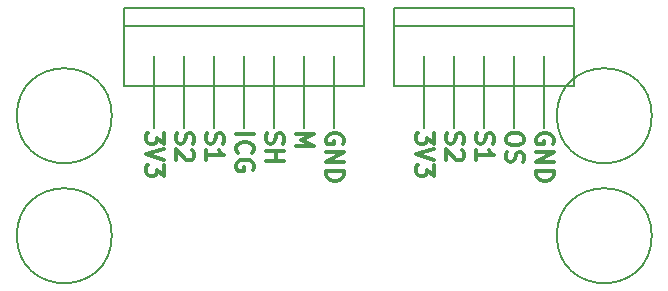
<source format=gbr>
G04 #@! TF.GenerationSoftware,KiCad,Pcbnew,(5.0.2)-1*
G04 #@! TF.CreationDate,2019-03-16T10:11:32-05:00*
G04 #@! TF.ProjectId,CCDBoard_Hardware,43434442-6f61-4726-945f-486172647761,rev?*
G04 #@! TF.SameCoordinates,Original*
G04 #@! TF.FileFunction,Legend,Top*
G04 #@! TF.FilePolarity,Positive*
%FSLAX46Y46*%
G04 Gerber Fmt 4.6, Leading zero omitted, Abs format (unit mm)*
G04 Created by KiCad (PCBNEW (5.0.2)-1) date 3/16/2019 10:11:32 AM*
%MOMM*%
%LPD*%
G01*
G04 APERTURE LIST*
%ADD10C,0.200000*%
%ADD11C,0.300000*%
%ADD12C,0.150000*%
G04 APERTURE END LIST*
D10*
X10160000Y17780000D02*
X10160000Y11684000D01*
X12700000Y17780000D02*
X12700000Y11684000D01*
X15240000Y17780000D02*
X15240000Y11684000D01*
X17780000Y17780000D02*
X17780000Y11684000D01*
X20320000Y17780000D02*
X20320000Y11684000D01*
X22860000Y17780000D02*
X22860000Y11684000D01*
X25400000Y17780000D02*
X25400000Y11684000D01*
X43180000Y17780000D02*
X43180000Y11684000D01*
X40640000Y17780000D02*
X40640000Y11684000D01*
X33020000Y17780000D02*
X33020000Y11684000D01*
X35560000Y17780000D02*
X35560000Y11684000D01*
X38100000Y17780000D02*
X38100000Y11684000D01*
D11*
X10981428Y11274714D02*
X10981428Y10346142D01*
X10410000Y10846142D01*
X10410000Y10631857D01*
X10338571Y10489000D01*
X10267142Y10417571D01*
X10124285Y10346142D01*
X9767142Y10346142D01*
X9624285Y10417571D01*
X9552857Y10489000D01*
X9481428Y10631857D01*
X9481428Y11060428D01*
X9552857Y11203285D01*
X9624285Y11274714D01*
X10981428Y9917571D02*
X9481428Y9417571D01*
X10981428Y8917571D01*
X10981428Y8560428D02*
X10981428Y7631857D01*
X10410000Y8131857D01*
X10410000Y7917571D01*
X10338571Y7774714D01*
X10267142Y7703285D01*
X10124285Y7631857D01*
X9767142Y7631857D01*
X9624285Y7703285D01*
X9552857Y7774714D01*
X9481428Y7917571D01*
X9481428Y8346142D01*
X9552857Y8489000D01*
X9624285Y8560428D01*
X12092857Y11203285D02*
X12021428Y10989000D01*
X12021428Y10631857D01*
X12092857Y10489000D01*
X12164285Y10417571D01*
X12307142Y10346142D01*
X12450000Y10346142D01*
X12592857Y10417571D01*
X12664285Y10489000D01*
X12735714Y10631857D01*
X12807142Y10917571D01*
X12878571Y11060428D01*
X12950000Y11131857D01*
X13092857Y11203285D01*
X13235714Y11203285D01*
X13378571Y11131857D01*
X13450000Y11060428D01*
X13521428Y10917571D01*
X13521428Y10560428D01*
X13450000Y10346142D01*
X13378571Y9774714D02*
X13450000Y9703285D01*
X13521428Y9560428D01*
X13521428Y9203285D01*
X13450000Y9060428D01*
X13378571Y8989000D01*
X13235714Y8917571D01*
X13092857Y8917571D01*
X12878571Y8989000D01*
X12021428Y9846142D01*
X12021428Y8917571D01*
X14632857Y11203285D02*
X14561428Y10989000D01*
X14561428Y10631857D01*
X14632857Y10489000D01*
X14704285Y10417571D01*
X14847142Y10346142D01*
X14990000Y10346142D01*
X15132857Y10417571D01*
X15204285Y10489000D01*
X15275714Y10631857D01*
X15347142Y10917571D01*
X15418571Y11060428D01*
X15490000Y11131857D01*
X15632857Y11203285D01*
X15775714Y11203285D01*
X15918571Y11131857D01*
X15990000Y11060428D01*
X16061428Y10917571D01*
X16061428Y10560428D01*
X15990000Y10346142D01*
X14561428Y8917571D02*
X14561428Y9774714D01*
X14561428Y9346142D02*
X16061428Y9346142D01*
X15847142Y9489000D01*
X15704285Y9631857D01*
X15632857Y9774714D01*
X17101428Y11131857D02*
X18601428Y11131857D01*
X17244285Y9560428D02*
X17172857Y9631857D01*
X17101428Y9846142D01*
X17101428Y9989000D01*
X17172857Y10203285D01*
X17315714Y10346142D01*
X17458571Y10417571D01*
X17744285Y10489000D01*
X17958571Y10489000D01*
X18244285Y10417571D01*
X18387142Y10346142D01*
X18530000Y10203285D01*
X18601428Y9989000D01*
X18601428Y9846142D01*
X18530000Y9631857D01*
X18458571Y9560428D01*
X18530000Y8131857D02*
X18601428Y8274714D01*
X18601428Y8489000D01*
X18530000Y8703285D01*
X18387142Y8846142D01*
X18244285Y8917571D01*
X17958571Y8989000D01*
X17744285Y8989000D01*
X17458571Y8917571D01*
X17315714Y8846142D01*
X17172857Y8703285D01*
X17101428Y8489000D01*
X17101428Y8346142D01*
X17172857Y8131857D01*
X17244285Y8060428D01*
X17744285Y8060428D01*
X17744285Y8346142D01*
X19712857Y11203285D02*
X19641428Y10989000D01*
X19641428Y10631857D01*
X19712857Y10489000D01*
X19784285Y10417571D01*
X19927142Y10346142D01*
X20070000Y10346142D01*
X20212857Y10417571D01*
X20284285Y10489000D01*
X20355714Y10631857D01*
X20427142Y10917571D01*
X20498571Y11060428D01*
X20570000Y11131857D01*
X20712857Y11203285D01*
X20855714Y11203285D01*
X20998571Y11131857D01*
X21070000Y11060428D01*
X21141428Y10917571D01*
X21141428Y10560428D01*
X21070000Y10346142D01*
X19641428Y9703285D02*
X21141428Y9703285D01*
X20427142Y9703285D02*
X20427142Y8846142D01*
X19641428Y8846142D02*
X21141428Y8846142D01*
X22181428Y11131857D02*
X23681428Y11131857D01*
X22610000Y10631857D01*
X23681428Y10131857D01*
X22181428Y10131857D01*
X26150000Y10346142D02*
X26221428Y10489000D01*
X26221428Y10703285D01*
X26150000Y10917571D01*
X26007142Y11060428D01*
X25864285Y11131857D01*
X25578571Y11203285D01*
X25364285Y11203285D01*
X25078571Y11131857D01*
X24935714Y11060428D01*
X24792857Y10917571D01*
X24721428Y10703285D01*
X24721428Y10560428D01*
X24792857Y10346142D01*
X24864285Y10274714D01*
X25364285Y10274714D01*
X25364285Y10560428D01*
X24721428Y9631857D02*
X26221428Y9631857D01*
X24721428Y8774714D01*
X26221428Y8774714D01*
X24721428Y8060428D02*
X26221428Y8060428D01*
X26221428Y7703285D01*
X26150000Y7489000D01*
X26007142Y7346142D01*
X25864285Y7274714D01*
X25578571Y7203285D01*
X25364285Y7203285D01*
X25078571Y7274714D01*
X24935714Y7346142D01*
X24792857Y7489000D01*
X24721428Y7703285D01*
X24721428Y8060428D01*
X43930000Y10346142D02*
X44001428Y10489000D01*
X44001428Y10703285D01*
X43930000Y10917571D01*
X43787142Y11060428D01*
X43644285Y11131857D01*
X43358571Y11203285D01*
X43144285Y11203285D01*
X42858571Y11131857D01*
X42715714Y11060428D01*
X42572857Y10917571D01*
X42501428Y10703285D01*
X42501428Y10560428D01*
X42572857Y10346142D01*
X42644285Y10274714D01*
X43144285Y10274714D01*
X43144285Y10560428D01*
X42501428Y9631857D02*
X44001428Y9631857D01*
X42501428Y8774714D01*
X44001428Y8774714D01*
X42501428Y8060428D02*
X44001428Y8060428D01*
X44001428Y7703285D01*
X43930000Y7489000D01*
X43787142Y7346142D01*
X43644285Y7274714D01*
X43358571Y7203285D01*
X43144285Y7203285D01*
X42858571Y7274714D01*
X42715714Y7346142D01*
X42572857Y7489000D01*
X42501428Y7703285D01*
X42501428Y8060428D01*
X41461428Y10846142D02*
X41461428Y10560428D01*
X41390000Y10417571D01*
X41247142Y10274714D01*
X40961428Y10203285D01*
X40461428Y10203285D01*
X40175714Y10274714D01*
X40032857Y10417571D01*
X39961428Y10560428D01*
X39961428Y10846142D01*
X40032857Y10989000D01*
X40175714Y11131857D01*
X40461428Y11203285D01*
X40961428Y11203285D01*
X41247142Y11131857D01*
X41390000Y10989000D01*
X41461428Y10846142D01*
X40032857Y9631857D02*
X39961428Y9417571D01*
X39961428Y9060428D01*
X40032857Y8917571D01*
X40104285Y8846142D01*
X40247142Y8774714D01*
X40390000Y8774714D01*
X40532857Y8846142D01*
X40604285Y8917571D01*
X40675714Y9060428D01*
X40747142Y9346142D01*
X40818571Y9489000D01*
X40890000Y9560428D01*
X41032857Y9631857D01*
X41175714Y9631857D01*
X41318571Y9560428D01*
X41390000Y9489000D01*
X41461428Y9346142D01*
X41461428Y8989000D01*
X41390000Y8774714D01*
X33841428Y11274714D02*
X33841428Y10346142D01*
X33270000Y10846142D01*
X33270000Y10631857D01*
X33198571Y10489000D01*
X33127142Y10417571D01*
X32984285Y10346142D01*
X32627142Y10346142D01*
X32484285Y10417571D01*
X32412857Y10489000D01*
X32341428Y10631857D01*
X32341428Y11060428D01*
X32412857Y11203285D01*
X32484285Y11274714D01*
X33841428Y9917571D02*
X32341428Y9417571D01*
X33841428Y8917571D01*
X33841428Y8560428D02*
X33841428Y7631857D01*
X33270000Y8131857D01*
X33270000Y7917571D01*
X33198571Y7774714D01*
X33127142Y7703285D01*
X32984285Y7631857D01*
X32627142Y7631857D01*
X32484285Y7703285D01*
X32412857Y7774714D01*
X32341428Y7917571D01*
X32341428Y8346142D01*
X32412857Y8489000D01*
X32484285Y8560428D01*
X34952857Y11203285D02*
X34881428Y10989000D01*
X34881428Y10631857D01*
X34952857Y10489000D01*
X35024285Y10417571D01*
X35167142Y10346142D01*
X35310000Y10346142D01*
X35452857Y10417571D01*
X35524285Y10489000D01*
X35595714Y10631857D01*
X35667142Y10917571D01*
X35738571Y11060428D01*
X35810000Y11131857D01*
X35952857Y11203285D01*
X36095714Y11203285D01*
X36238571Y11131857D01*
X36310000Y11060428D01*
X36381428Y10917571D01*
X36381428Y10560428D01*
X36310000Y10346142D01*
X36238571Y9774714D02*
X36310000Y9703285D01*
X36381428Y9560428D01*
X36381428Y9203285D01*
X36310000Y9060428D01*
X36238571Y8989000D01*
X36095714Y8917571D01*
X35952857Y8917571D01*
X35738571Y8989000D01*
X34881428Y9846142D01*
X34881428Y8917571D01*
X37492857Y11203285D02*
X37421428Y10989000D01*
X37421428Y10631857D01*
X37492857Y10489000D01*
X37564285Y10417571D01*
X37707142Y10346142D01*
X37850000Y10346142D01*
X37992857Y10417571D01*
X38064285Y10489000D01*
X38135714Y10631857D01*
X38207142Y10917571D01*
X38278571Y11060428D01*
X38350000Y11131857D01*
X38492857Y11203285D01*
X38635714Y11203285D01*
X38778571Y11131857D01*
X38850000Y11060428D01*
X38921428Y10917571D01*
X38921428Y10560428D01*
X38850000Y10346142D01*
X37421428Y8917571D02*
X37421428Y9774714D01*
X37421428Y9346142D02*
X38921428Y9346142D01*
X38707142Y9489000D01*
X38564285Y9631857D01*
X38492857Y9774714D01*
D12*
G04 #@! TO.C,REF\002A\002A*
X52278283Y12700000D02*
G75*
G03X52278283Y12700000I-4018283J0D01*
G01*
X52278283Y2540000D02*
G75*
G03X52278283Y2540000I-4018283J0D01*
G01*
X6558283Y12700000D02*
G75*
G03X6558283Y12700000I-4018283J0D01*
G01*
X6558283Y2540000D02*
G75*
G03X6558283Y2540000I-4018283J0D01*
G01*
G04 #@! TO.C,Conn1*
X45720000Y21844000D02*
X30480000Y21844000D01*
X45720000Y20320000D02*
X45720000Y21844000D01*
X30480000Y21844000D02*
X30480000Y20320000D01*
X45720000Y15240000D02*
X30480000Y15240000D01*
X30480000Y20320000D02*
X45720000Y20320000D01*
X45720000Y15240000D02*
X45720000Y20320000D01*
X30480000Y15240000D02*
X30480000Y20320000D01*
G04 #@! TO.C,Conn2*
X27940000Y21844000D02*
X7620000Y21844000D01*
X27940000Y20320000D02*
X27940000Y21844000D01*
X7620000Y21844000D02*
X7620000Y20320000D01*
X27940000Y15240000D02*
X7620000Y15240000D01*
X7620000Y20320000D02*
X27940000Y20320000D01*
X27940000Y15240000D02*
X27940000Y20320000D01*
X7620000Y15240000D02*
X7620000Y20320000D01*
G04 #@! TD*
M02*

</source>
